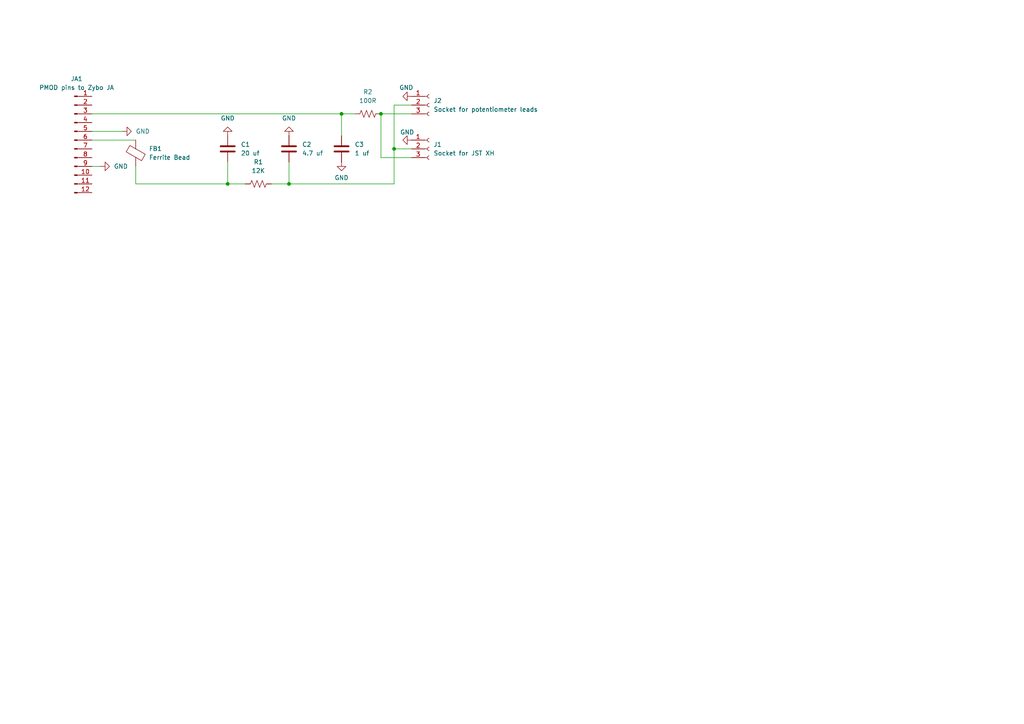
<source format=kicad_sch>
(kicad_sch (version 20231120) (generator "eeschema") (generator_version "8.0")
  (paper "A4")
  (lib_symbols
    (symbol "Connector:Conn_01x03_Socket" (pin_names (offset 1.016) hide)
      (property "Reference" "J" (at 0 5.08 0))
      (property "Value" "Conn_01x03_Socket" (at 0 -5.08 0))
      (symbol "Conn_01x03_Socket_1_1"
        (arc (start 0 -2.032) (mid -0.5058 -2.54) (end 0 -3.048) (stroke (width 0.1524)))
        (polyline (pts (xy -1.27 -2.54) (xy -0.508 -2.54)) (stroke (width 0.1524)))
        (polyline (pts (xy -1.27 0) (xy -0.508 0)) (stroke (width 0.1524)))
        (polyline (pts (xy -1.27 2.54) (xy -0.508 2.54)) (stroke (width 0.1524)))
        (arc (start 0 0.508) (mid -0.5058 0) (end 0 -0.508) (stroke (width 0.1524)))
        (arc (start 0 3.048) (mid -0.5058 2.54) (end 0 2.032) (stroke (width 0.1524)))
        (pin passive line (at -5.08 2.54 0) (length 3.81) (name "Pin_1") (number "1"))
        (pin passive line (at -5.08 0 0) (length 3.81) (name "Pin_2") (number "2"))
        (pin passive line (at -5.08 -2.54 0) (length 3.81) (name "Pin_3") (number "3"))
      )
    )
    (symbol "Connector:Conn_01x12_Pin" (pin_names (offset 1.016) hide)
      (property "Reference" "J" (at 0 15.24 0))
      (property "Value" "Conn_01x12_Pin" (at 0 -17.78 0))
      (symbol "Conn_01x12_Pin_1_1"
        (polyline (pts (xy 1.27 -15.24) (xy 0.8636 -15.24)) (stroke (width 0.1524)))
        (polyline (pts (xy 1.27 -12.7) (xy 0.8636 -12.7)) (stroke (width 0.1524)))
        (polyline (pts (xy 1.27 -10.16) (xy 0.8636 -10.16)) (stroke (width 0.1524)))
        (polyline (pts (xy 1.27 -7.62) (xy 0.8636 -7.62)) (stroke (width 0.1524)))
        (polyline (pts (xy 1.27 -5.08) (xy 0.8636 -5.08)) (stroke (width 0.1524)))
        (polyline (pts (xy 1.27 -2.54) (xy 0.8636 -2.54)) (stroke (width 0.1524)))
        (polyline (pts (xy 1.27 0) (xy 0.8636 0)) (stroke (width 0.1524)))
        (polyline (pts (xy 1.27 2.54) (xy 0.8636 2.54)) (stroke (width 0.1524)))
        (polyline (pts (xy 1.27 5.08) (xy 0.8636 5.08)) (stroke (width 0.1524)))
        (polyline (pts (xy 1.27 7.62) (xy 0.8636 7.62)) (stroke (width 0.1524)))
        (polyline (pts (xy 1.27 10.16) (xy 0.8636 10.16)) (stroke (width 0.1524)))
        (polyline (pts (xy 1.27 12.7) (xy 0.8636 12.7)) (stroke (width 0.1524)))
        (rectangle (start 0.8636 -15.113) (end 0 -15.367) (stroke (width 0.1524)) (fill (type outline)))
        (rectangle (start 0.8636 -12.573) (end 0 -12.827) (stroke (width 0.1524)) (fill (type outline)))
        (rectangle (start 0.8636 -10.033) (end 0 -10.287) (stroke (width 0.1524)) (fill (type outline)))
        (rectangle (start 0.8636 -7.493) (end 0 -7.747) (stroke (width 0.1524)) (fill (type outline)))
        (rectangle (start 0.8636 -4.953) (end 0 -5.207) (stroke (width 0.1524)) (fill (type outline)))
        (rectangle (start 0.8636 -2.413) (end 0 -2.667) (stroke (width 0.1524)) (fill (type outline)))
        (rectangle (start 0.8636 0.127) (end 0 -0.127) (stroke (width 0.1524)) (fill (type outline)))
        (rectangle (start 0.8636 2.667) (end 0 2.413) (stroke (width 0.1524)) (fill (type outline)))
        (rectangle (start 0.8636 5.207) (end 0 4.953) (stroke (width 0.1524)) (fill (type outline)))
        (rectangle (start 0.8636 7.747) (end 0 7.493) (stroke (width 0.1524)) (fill (type outline)))
        (rectangle (start 0.8636 10.287) (end 0 10.033) (stroke (width 0.1524)) (fill (type outline)))
        (rectangle (start 0.8636 12.827) (end 0 12.573) (stroke (width 0.1524)) (fill (type outline)))
        (pin passive line (at 5.08 12.7 180) (length 3.81) (name "Pin_1") (number "1"))
        (pin passive line (at 5.08 -10.16 180) (length 3.81) (name "Pin_10") (number "10"))
        (pin passive line (at 5.08 -12.7 180) (length 3.81) (name "Pin_11") (number "11"))
        (pin passive line (at 5.08 -15.24 180) (length 3.81) (name "Pin_12") (number "12"))
        (pin passive line (at 5.08 10.16 180) (length 3.81) (name "Pin_2") (number "2"))
        (pin passive line (at 5.08 7.62 180) (length 3.81) (name "Pin_3") (number "3"))
        (pin passive line (at 5.08 5.08 180) (length 3.81) (name "Pin_4") (number "4"))
        (pin passive line (at 5.08 2.54 180) (length 3.81) (name "Pin_5") (number "5"))
        (pin passive line (at 5.08 0 180) (length 3.81) (name "Pin_6") (number "6"))
        (pin passive line (at 5.08 -2.54 180) (length 3.81) (name "Pin_7") (number "7"))
        (pin passive line (at 5.08 -5.08 180) (length 3.81) (name "Pin_8") (number "8"))
        (pin passive line (at 5.08 -7.62 180) (length 3.81) (name "Pin_9") (number "9"))
      )
    )
    (symbol "Device:C" (pin_numbers hide) (pin_names (offset 0.254))
      (property "Reference" "C" (at 0.635 2.54 0))
      (property "Value" "C" (at 0.635 -2.54 0))
      (symbol "C_0_1"
        (polyline (pts (xy -2.032 -0.762) (xy 2.032 -0.762)) (stroke (width 0.508)))
        (polyline (pts (xy -2.032 0.762) (xy 2.032 0.762)) (stroke (width 0.508)))
      )
      (symbol "C_1_1"
        (pin passive line (at 0 3.81 270) (length 2.794) (name "~") (number "1"))
        (pin passive line (at 0 -3.81 90) (length 2.794) (name "~") (number "2"))
      )
    )
    (symbol "Device:FerriteBead" (pin_numbers hide) (pin_names (offset 0))
      (property "Reference" "FB" (at -3.81 0.635 90))
      (property "Value" "FerriteBead" (at 3.81 0 90))
      (symbol "FerriteBead_0_1"
        (polyline (pts (xy 0 -1.27) (xy 0 -1.2192)))
        (polyline (pts (xy 0 1.27) (xy 0 1.2954)))
        (polyline (pts (xy -2.7686 0.4064) (xy -1.7018 2.2606) (xy 2.7686 -0.3048) (xy 1.6764 -2.159) (xy -2.7686 0.4064)))
      )
      (symbol "FerriteBead_1_1"
        (pin passive line (at 0 3.81 270) (length 2.54) (name "~") (number "1"))
        (pin passive line (at 0 -3.81 90) (length 2.54) (name "~") (number "2"))
      )
    )
    (symbol "Device:R_US" (pin_numbers hide) (pin_names (offset 0))
      (property "Reference" "R" (at 2.54 0 90))
      (property "Value" "R_US" (at -2.54 0 90))
      (symbol "R_US_0_1"
        (polyline (pts (xy 0 -2.286) (xy 0 -2.54)))
        (polyline (pts (xy 0 2.286) (xy 0 2.54)))
        (polyline (pts (xy 0 -0.762) (xy 1.016 -1.143) (xy 0 -1.524) (xy -1.016 -1.905) (xy 0 -2.286)))
        (polyline (pts (xy 0 0.762) (xy 1.016 0.381) (xy 0 0) (xy -1.016 -0.381) (xy 0 -0.762)))
        (polyline (pts (xy 0 2.286) (xy 1.016 1.905) (xy 0 1.524) (xy -1.016 1.143) (xy 0 0.762)))
      )
      (symbol "R_US_1_1"
        (pin passive line (at 0 3.81 270) (length 1.27) (name "~") (number "1"))
        (pin passive line (at 0 -3.81 90) (length 1.27) (name "~") (number "2"))
      )
    )
    (symbol "power:GND" (power) (pin_numbers hide) (pin_names (offset 0) hide)
      (property "Value" "GND" (at 0 -3.81 0))
      (symbol "GND_0_1"
        (polyline (pts (xy 0 0) (xy 0 -1.27) (xy 1.27 -1.27) (xy 0 -2.54) (xy -1.27 -1.27) (xy 0 -1.27)))
      )
      (symbol "GND_1_1"
        (pin power_in line (at 0 0 270) (length 0) (name "~") (number "1"))
      )
    )
  )
  (junction (at 110.49 33.02))
  (junction (at 83.82 53.34))
  (junction (at 99.06 33.02))
  (junction (at 114.3 43.18))
  (junction (at 66.04 53.34))
  (wire (pts (xy 114.3 43.18) (xy 119.38 43.18)))
  (wire (pts (xy 83.82 53.34) (xy 114.3 53.34)))
  (wire (pts (xy 66.04 53.34) (xy 71.12 53.34)))
  (wire (pts (xy 114.3 30.48) (xy 114.3 43.18)))
  (wire (pts (xy 26.67 33.02) (xy 99.06 33.02)))
  (wire (pts (xy 114.3 30.48) (xy 119.38 30.48)))
  (wire (pts (xy 39.37 48.26) (xy 39.37 53.34)))
  (wire (pts (xy 29.21 48.26) (xy 26.67 48.26)))
  (wire (pts (xy 99.06 33.02) (xy 99.06 39.37)))
  (wire (pts (xy 26.67 38.1) (xy 35.56 38.1)))
  (wire (pts (xy 83.82 46.99) (xy 83.82 53.34)))
  (wire (pts (xy 66.04 46.99) (xy 66.04 53.34)))
  (wire (pts (xy 39.37 40.64) (xy 26.67 40.64)))
  (wire (pts (xy 110.49 33.02) (xy 119.38 33.02)))
  (wire (pts (xy 110.49 33.02) (xy 110.49 45.72)))
  (wire (pts (xy 114.3 43.18) (xy 114.3 53.34)))
  (wire (pts (xy 102.87 33.02) (xy 99.06 33.02)))
  (wire (pts (xy 78.74 53.34) (xy 83.82 53.34)))
  (wire (pts (xy 39.37 53.34) (xy 66.04 53.34)))
  (wire (pts (xy 119.38 45.72) (xy 110.49 45.72)))
  (symbol (lib_id "Connector:Conn_01x03_Socket") (at 124.46 30.48 0) (unit 1)
    (property "Reference" "J2" (at 125.73 29.2099 0) (effects (justify left)))
    (property "Value" "Socket for potentiometer leads" (at 125.73 31.7499 0) (effects (justify left)))
    (property "Footprint" "Connector_PinHeader_2.54mm:PinHeader_1x03_P2.54mm_Vertical" (effects (hide yes)))
    (property "Description" "Generic connector, single row, 01x03, script generated" (effects (hide yes)))
  )
  (symbol (lib_id "Device:C") (at 83.82 43.18 0) (unit 1)
    (property "Reference" "C2" (at 87.63 41.9099 0) (effects (justify left)))
    (property "Value" "4.7 uf" (at 87.63 44.4499 0) (effects (justify left)))
    (property "Footprint" "Capacitor_SMD:C_1206_3216Metric_Pad1.33x1.80mm_HandSolder" (effects (hide yes)))
    (property "Description" "Unpolarized capacitor" (effects (hide yes)))
  )
  (symbol (lib_id "Device:FerriteBead") (at 39.37 44.45 0) (unit 1)
    (property "Reference" "FB1" (at 43.18 43.1291 0) (effects (justify left)))
    (property "Value" "Ferrite Bead" (at 43.18 45.6691 0) (effects (justify left)))
    (property "Footprint" "Capacitor_SMD:C_1206_3216Metric_Pad1.33x1.80mm_HandSolder" (effects (hide yes)))
    (property "Description" "Ferrite bead" (effects (hide yes)))
  )
  (symbol (lib_id "power:GND") (at 83.82 39.37 180) (unit 1)
    (property "Reference" "#PWR03" (effects (hide yes)))
    (property "Value" "GND" (at 83.82 34.29 0))
    (property "Description" "Power symbol creates a global label with name \"GND\" , ground" (effects (hide yes)))
  )
  (symbol (lib_id "power:GND") (at 35.56 38.1 90) (unit 1)
    (property "Reference" "#PWR06" (effects (hide yes)))
    (property "Value" "GND" (at 39.37 38.0999 90) (effects (justify right)))
    (property "Description" "Power symbol creates a global label with name \"GND\" , ground" (effects (hide yes)))
  )
  (symbol (lib_id "Device:C") (at 99.06 43.18 0) (unit 1)
    (property "Reference" "C3" (at 102.87 41.9099 0) (effects (justify left)))
    (property "Value" "1 uf" (at 102.87 44.4499 0) (effects (justify left)))
    (property "Footprint" "Capacitor_SMD:C_1206_3216Metric_Pad1.33x1.80mm_HandSolder" (effects (hide yes)))
    (property "Description" "Unpolarized capacitor" (effects (hide yes)))
  )
  (symbol (lib_id "power:GND") (at 66.04 39.37 180) (unit 1)
    (property "Reference" "#PWR02" (effects (hide yes)))
    (property "Value" "GND" (at 66.04 34.29 0))
    (property "Description" "Power symbol creates a global label with name \"GND\" , ground" (effects (hide yes)))
  )
  (symbol (lib_id "Connector:Conn_01x12_Pin") (at 21.59 40.64 0) (unit 1)
    (property "Reference" "JA1" (at 22.225 22.86 0))
    (property "Value" "PMOD pins to Zybo JA" (at 22.225 25.4 0))
    (property "Footprint" "pmod-conn_6x2:pmod_pin_array_6x2" (effects (hide yes)))
    (property "Description" "Generic connector, single row, 01x12, script generated" (effects (hide yes)))
  )
  (symbol (lib_id "Device:R_US") (at 106.68 33.02 270) (unit 1)
    (property "Reference" "R2" (at 106.68 26.67 90))
    (property "Value" "100R" (at 106.68 29.21 90))
    (property "Footprint" "Resistor_SMD:R_1206_3216Metric_Pad1.30x1.75mm_HandSolder" (effects (hide yes)))
    (property "Description" "Resistor, US symbol" (effects (hide yes)))
  )
  (symbol (lib_id "Device:C") (at 66.04 43.18 0) (unit 1)
    (property "Reference" "C1" (at 69.85 41.9099 0) (effects (justify left)))
    (property "Value" "20 uf" (at 69.85 44.4499 0) (effects (justify left)))
    (property "Footprint" "Capacitor_SMD:C_1206_3216Metric_Pad1.33x1.80mm_HandSolder" (effects (hide yes)))
    (property "Description" "Unpolarized capacitor" (effects (hide yes)))
  )
  (symbol (lib_id "Device:R_US") (at 74.93 53.34 270) (unit 1)
    (property "Reference" "R1" (at 74.93 46.99 90))
    (property "Value" "12K" (at 74.93 49.53 90))
    (property "Footprint" "Resistor_SMD:R_1206_3216Metric_Pad1.30x1.75mm_HandSolder" (effects (hide yes)))
    (property "Description" "Resistor, US symbol" (effects (hide yes)))
  )
  (symbol (lib_id "power:GND") (at 119.38 27.94 270) (unit 1)
    (property "Reference" "#PWR01" (effects (hide yes)))
    (property "Value" "GND" (at 119.888 25.4 90) (effects (justify right)))
    (property "Description" "Power symbol creates a global label with name \"GND\" , ground" (effects (hide yes)))
  )
  (symbol (lib_id "power:GND") (at 119.38 40.64 270) (unit 1)
    (property "Reference" "#PWR04" (effects (hide yes)))
    (property "Value" "GND" (at 120.142 38.354 90) (effects (justify right)))
    (property "Description" "Power symbol creates a global label with name \"GND\" , ground" (effects (hide yes)))
  )
  (symbol (lib_id "power:GND") (at 99.06 46.99 0) (unit 1)
    (property "Reference" "#PWR05" (effects (hide yes)))
    (property "Value" "GND" (at 99.06 51.562 0))
    (property "Description" "Power symbol creates a global label with name \"GND\" , ground" (effects (hide yes)))
  )
  (symbol (lib_id "Connector:Conn_01x03_Socket") (at 124.46 43.18 0) (unit 1)
    (property "Reference" "J1" (at 125.73 41.9099 0) (effects (justify left)))
    (property "Value" "Socket for JST XH" (at 125.73 44.4499 0) (effects (justify left)))
    (property "Footprint" "Connector_JST:JST_XH_B3B-XH-AM_1x03_P2.50mm_Vertical" (effects (hide yes)))
    (property "Description" "Generic connector, single row, 01x03, script generated" (effects (hide yes)))
  )
  (symbol (lib_id "power:GND") (at 29.21 48.26 90) (unit 1)
    (property "Reference" "#PWR07" (effects (hide yes)))
    (property "Value" "GND" (at 33.02 48.2599 90) (effects (justify right)))
    (property "Description" "Power symbol creates a global label with name \"GND\" , ground" (effects (hide yes)))
  )
)
</source>
